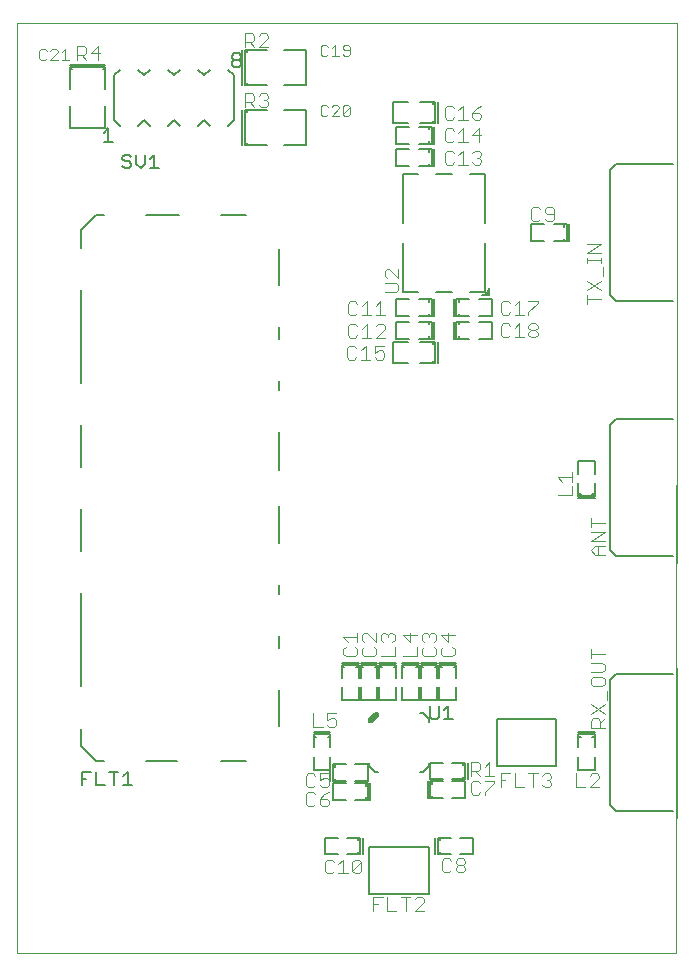
<source format=gto>
G75*
G70*
%OFA0B0*%
%FSLAX24Y24*%
%IPPOS*%
%LPD*%
%AMOC8*
5,1,8,0,0,1.08239X$1,22.5*
%
%ADD10C,0.0000*%
%ADD11C,0.0060*%
%ADD12C,0.0050*%
%ADD13C,0.0040*%
%ADD14C,0.0030*%
D10*
X000101Y000101D02*
X000101Y031101D01*
X022101Y031101D01*
X022093Y000101D01*
X000101Y000101D01*
X022101Y004601D02*
X022101Y009601D01*
X022101Y013101D02*
X022101Y018101D01*
X022101Y021601D02*
X022101Y026601D01*
D11*
X021983Y026384D02*
X020093Y026384D01*
X019896Y026187D01*
X019896Y022014D01*
X020093Y021817D01*
X021983Y021817D01*
X021983Y017884D02*
X020093Y017884D01*
X019896Y017687D01*
X019896Y013514D01*
X020093Y013317D01*
X021983Y013317D01*
X021983Y009384D02*
X020093Y009384D01*
X019896Y009187D01*
X019896Y005014D01*
X020093Y004817D01*
X021983Y004817D01*
X018085Y006313D02*
X016117Y006313D01*
X016117Y007888D01*
X018085Y007888D01*
X018085Y006313D01*
X013835Y003638D02*
X013835Y002063D01*
X011867Y002063D01*
X011867Y003638D01*
X013835Y003638D01*
X008851Y007651D02*
X008851Y008851D01*
X008851Y010251D02*
X008851Y010651D01*
X008851Y012051D02*
X008851Y012351D01*
X008851Y013751D02*
X008851Y015001D01*
X008851Y016201D02*
X008851Y017451D01*
X008851Y018851D02*
X008851Y019151D01*
X008851Y020551D02*
X008851Y020951D01*
X008851Y022351D02*
X008851Y023551D01*
X007751Y024701D02*
X006901Y024701D01*
X005501Y024701D02*
X004401Y024701D01*
X003001Y024701D02*
X002751Y024701D01*
X002251Y024201D01*
X002251Y023601D01*
X002251Y022201D02*
X002251Y019101D01*
X002251Y017701D02*
X002251Y016301D01*
X002251Y014901D02*
X002251Y013501D01*
X002251Y012101D02*
X002251Y009001D01*
X002251Y007551D02*
X002251Y007001D01*
X002751Y006501D01*
X003001Y006501D01*
X004401Y006501D02*
X005451Y006501D01*
X006901Y006501D02*
X007751Y006501D01*
X007163Y027663D02*
X007351Y027851D01*
X007351Y029351D01*
X007163Y029538D01*
X006538Y029538D02*
X006351Y029351D01*
X006163Y029538D01*
X005538Y029538D02*
X005351Y029351D01*
X005163Y029538D01*
X005163Y029538D01*
X004538Y029538D02*
X004351Y029351D01*
X004351Y029351D01*
X004163Y029538D01*
X003538Y029538D02*
X003351Y029351D01*
X003351Y027851D01*
X003538Y027663D01*
X003538Y027663D01*
X004163Y027663D02*
X004351Y027851D01*
X004538Y027663D01*
X004538Y027663D01*
X005163Y027663D02*
X005351Y027851D01*
X005351Y027851D01*
X005538Y027663D01*
X006163Y027663D02*
X006351Y027851D01*
X006538Y027663D01*
D12*
X007623Y028191D02*
X007623Y027010D01*
X007702Y027010D02*
X007702Y028191D01*
X007781Y028191D01*
X007781Y028113D01*
X007781Y028191D02*
X008450Y028191D01*
X009001Y028191D02*
X009749Y028191D01*
X009749Y027010D01*
X009001Y027010D01*
X008450Y027010D02*
X007781Y027010D01*
X007781Y027089D01*
X007781Y027010D02*
X007702Y027010D01*
X007702Y029010D02*
X007702Y030191D01*
X007781Y030191D01*
X007781Y030113D01*
X007781Y030191D02*
X008450Y030191D01*
X009001Y030191D02*
X009749Y030191D01*
X009749Y029010D01*
X009001Y029010D01*
X008450Y029010D02*
X007781Y029010D01*
X007781Y029089D01*
X007781Y029010D02*
X007702Y029010D01*
X007623Y029010D02*
X007623Y030191D01*
X007516Y030076D02*
X007591Y030001D01*
X007591Y029926D01*
X007516Y029851D01*
X007365Y029851D01*
X007290Y029926D01*
X007290Y030001D01*
X007365Y030076D01*
X007516Y030076D01*
X007516Y029851D02*
X007591Y029776D01*
X007591Y029701D01*
X007516Y029626D01*
X007365Y029626D01*
X007290Y029701D01*
X007290Y029776D01*
X007365Y029851D01*
X004697Y026701D02*
X004697Y026251D01*
X004847Y026251D02*
X004546Y026251D01*
X004386Y026401D02*
X004386Y026701D01*
X004546Y026551D02*
X004697Y026701D01*
X004386Y026401D02*
X004236Y026251D01*
X004086Y026401D01*
X004086Y026701D01*
X003926Y026626D02*
X003851Y026701D01*
X003701Y026701D01*
X003626Y026626D01*
X003626Y026551D01*
X003701Y026476D01*
X003851Y026476D01*
X003926Y026401D01*
X003926Y026326D01*
X003851Y026251D01*
X003701Y026251D01*
X003626Y026326D01*
X003301Y027126D02*
X003001Y027126D01*
X003151Y027126D02*
X003151Y027576D01*
X003001Y027426D01*
X003066Y027577D02*
X001885Y027577D01*
X001885Y028325D01*
X001885Y028876D02*
X001885Y029546D01*
X001964Y029546D01*
X001885Y029546D02*
X001885Y029624D01*
X003066Y029624D01*
X003066Y029546D01*
X002988Y029546D01*
X003066Y029546D02*
X003066Y028876D01*
X003066Y028325D02*
X003066Y027577D01*
X003066Y029703D02*
X001885Y029703D01*
X012642Y028455D02*
X012642Y027746D01*
X013154Y027746D01*
X013193Y027626D02*
X012760Y027626D01*
X012760Y027075D01*
X013193Y027075D01*
X013193Y026876D02*
X012760Y026876D01*
X012760Y026325D01*
X013193Y026325D01*
X012973Y026069D02*
X012973Y024435D01*
X012973Y023766D02*
X012973Y022132D01*
X013485Y022132D01*
X013508Y021876D02*
X013863Y021876D01*
X013863Y021798D01*
X013863Y021876D02*
X013941Y021876D01*
X013941Y021325D01*
X013863Y021325D01*
X013863Y021404D01*
X013863Y021325D02*
X013508Y021325D01*
X013508Y021126D02*
X013863Y021126D01*
X013863Y021048D01*
X013863Y021126D02*
X013941Y021126D01*
X013941Y020575D01*
X013863Y020575D01*
X013863Y020654D01*
X013863Y020575D02*
X013508Y020575D01*
X013548Y020455D02*
X013981Y020455D01*
X013981Y020376D01*
X013981Y020455D02*
X014059Y020455D01*
X014059Y019746D01*
X013981Y019746D01*
X013981Y019825D01*
X013981Y019746D02*
X013548Y019746D01*
X013154Y019746D02*
X012642Y019746D01*
X012642Y020455D01*
X013154Y020455D01*
X013193Y020575D02*
X012760Y020575D01*
X012760Y021126D01*
X013193Y021126D01*
X013193Y021325D02*
X012760Y021325D01*
X012760Y021876D01*
X013193Y021876D01*
X014020Y021876D02*
X014020Y021325D01*
X014020Y021126D02*
X014020Y020575D01*
X014138Y020455D02*
X014138Y019746D01*
X014681Y020575D02*
X014681Y021126D01*
X014760Y021126D02*
X014760Y020575D01*
X014839Y020575D01*
X014839Y020654D01*
X014839Y020575D02*
X015193Y020575D01*
X015508Y020575D02*
X015941Y020575D01*
X015941Y021126D01*
X015508Y021126D01*
X015508Y021325D02*
X015941Y021325D01*
X015941Y021876D01*
X015508Y021876D01*
X015611Y022014D02*
X015768Y022014D01*
X015847Y022093D01*
X015847Y022054D01*
X015807Y022014D01*
X015768Y022014D01*
X015807Y022014D02*
X015847Y022014D01*
X015847Y022054D01*
X015847Y022093D02*
X015847Y022250D01*
X015729Y022132D02*
X015217Y022132D01*
X015193Y021876D02*
X014839Y021876D01*
X014839Y021798D01*
X014839Y021876D02*
X014760Y021876D01*
X014760Y021325D01*
X014839Y021325D01*
X014839Y021404D01*
X014839Y021325D02*
X015193Y021325D01*
X015193Y021126D02*
X014839Y021126D01*
X014839Y021048D01*
X014839Y021126D02*
X014760Y021126D01*
X014681Y021325D02*
X014681Y021876D01*
X014626Y022132D02*
X014075Y022132D01*
X015611Y022014D02*
X015639Y022016D01*
X015667Y022021D01*
X015695Y022029D01*
X015721Y022041D01*
X015745Y022056D01*
X015767Y022073D01*
X015788Y022094D01*
X015805Y022116D01*
X015820Y022140D01*
X015832Y022166D01*
X015840Y022194D01*
X015845Y022222D01*
X015847Y022250D01*
X015729Y022132D02*
X015729Y023766D01*
X015729Y024435D02*
X015729Y026069D01*
X015217Y026069D01*
X014626Y026069D02*
X014075Y026069D01*
X014020Y026325D02*
X014020Y026876D01*
X013941Y026876D02*
X013941Y026325D01*
X013863Y026325D01*
X013863Y026404D01*
X013863Y026325D02*
X013508Y026325D01*
X013485Y026069D02*
X012973Y026069D01*
X013508Y026876D02*
X013863Y026876D01*
X013863Y026798D01*
X013863Y026876D02*
X013941Y026876D01*
X013941Y027075D02*
X013941Y027626D01*
X013863Y027626D01*
X013863Y027548D01*
X013863Y027626D02*
X013508Y027626D01*
X013548Y027746D02*
X013981Y027746D01*
X013981Y027825D01*
X013981Y027746D02*
X014059Y027746D01*
X014059Y028455D01*
X013981Y028455D01*
X013981Y028376D01*
X013981Y028455D02*
X013548Y028455D01*
X013154Y028455D02*
X012642Y028455D01*
X013508Y027075D02*
X013863Y027075D01*
X013863Y027154D01*
X013863Y027075D02*
X013941Y027075D01*
X014020Y027075D02*
X014020Y027626D01*
X014138Y027746D02*
X014138Y028455D01*
X017260Y024376D02*
X017260Y023825D01*
X017693Y023825D01*
X018008Y023825D02*
X018363Y023825D01*
X018363Y023904D01*
X018363Y023825D02*
X018441Y023825D01*
X018441Y024376D01*
X018363Y024376D01*
X018363Y024298D01*
X018363Y024376D02*
X018008Y024376D01*
X017693Y024376D02*
X017260Y024376D01*
X018520Y024376D02*
X018520Y023825D01*
X018825Y016504D02*
X019376Y016504D01*
X019376Y016071D01*
X019376Y015756D02*
X019376Y015401D01*
X019298Y015401D01*
X019376Y015401D02*
X019376Y015323D01*
X018825Y015323D01*
X018825Y015401D01*
X018904Y015401D01*
X018825Y015401D02*
X018825Y015756D01*
X018825Y016071D02*
X018825Y016504D01*
X018825Y015244D02*
X019376Y015244D01*
X014751Y009770D02*
X014200Y009770D01*
X014126Y009770D02*
X013575Y009770D01*
X013501Y009770D02*
X012950Y009770D01*
X012950Y009691D02*
X013501Y009691D01*
X013501Y009613D01*
X013423Y009613D01*
X013501Y009613D02*
X013501Y009258D01*
X013575Y009258D02*
X013575Y009613D01*
X013654Y009613D01*
X013575Y009613D02*
X013575Y009691D01*
X014126Y009691D01*
X014126Y009613D01*
X014048Y009613D01*
X014126Y009613D02*
X014126Y009258D01*
X014200Y009258D02*
X014200Y009613D01*
X014279Y009613D01*
X014200Y009613D02*
X014200Y009691D01*
X014751Y009691D01*
X014751Y009613D01*
X014673Y009613D01*
X014751Y009613D02*
X014751Y009258D01*
X014751Y008943D02*
X014751Y008510D01*
X014200Y008510D01*
X014200Y008943D01*
X014126Y008943D02*
X014126Y008510D01*
X013575Y008510D01*
X013575Y008943D01*
X013501Y008943D02*
X013501Y008510D01*
X012950Y008510D01*
X012950Y008943D01*
X012751Y008943D02*
X012751Y008510D01*
X012200Y008510D01*
X012200Y008943D01*
X012126Y008943D02*
X012126Y008510D01*
X011575Y008510D01*
X011575Y008943D01*
X011501Y008943D02*
X011501Y008510D01*
X010950Y008510D01*
X010950Y008943D01*
X010950Y009258D02*
X010950Y009613D01*
X011029Y009613D01*
X010950Y009613D02*
X010950Y009691D01*
X011501Y009691D01*
X011501Y009613D01*
X011423Y009613D01*
X011501Y009613D02*
X011501Y009258D01*
X011575Y009258D02*
X011575Y009613D01*
X011654Y009613D01*
X011575Y009613D02*
X011575Y009691D01*
X012126Y009691D01*
X012126Y009613D01*
X012048Y009613D01*
X012126Y009613D02*
X012126Y009258D01*
X012200Y009258D02*
X012200Y009613D01*
X012279Y009613D01*
X012200Y009613D02*
X012200Y009691D01*
X012751Y009691D01*
X012751Y009613D01*
X012673Y009613D01*
X012751Y009613D02*
X012751Y009258D01*
X012950Y009258D02*
X012950Y009613D01*
X013029Y009613D01*
X012950Y009613D02*
X012950Y009691D01*
X012751Y009770D02*
X012200Y009770D01*
X012126Y009770D02*
X011575Y009770D01*
X011501Y009770D02*
X010950Y009770D01*
X012063Y008085D02*
X011867Y007888D01*
X011867Y007790D01*
X011965Y007790D01*
X012162Y007987D01*
X012162Y008085D01*
X011867Y007790D01*
X012063Y008085D02*
X012162Y008085D01*
X011867Y006412D02*
X011867Y006313D01*
X012063Y006117D01*
X012162Y006117D01*
X011816Y006376D02*
X011816Y005825D01*
X011383Y005825D01*
X011383Y005751D02*
X011738Y005751D01*
X011738Y005673D01*
X011738Y005751D02*
X011816Y005751D01*
X011816Y005200D01*
X011738Y005200D01*
X011738Y005279D01*
X011738Y005200D02*
X011383Y005200D01*
X011068Y005200D02*
X010635Y005200D01*
X010635Y005751D01*
X011068Y005751D01*
X011068Y005825D02*
X010714Y005825D01*
X010714Y005904D01*
X010714Y005825D02*
X010635Y005825D01*
X010635Y006376D01*
X010714Y006376D01*
X010714Y006298D01*
X010714Y006376D02*
X011068Y006376D01*
X011383Y006376D02*
X011816Y006376D01*
X011895Y005751D02*
X011895Y005200D01*
X011645Y003939D02*
X011645Y003388D01*
X011566Y003388D02*
X011566Y003939D01*
X011488Y003939D01*
X011488Y003860D01*
X011488Y003939D02*
X011133Y003939D01*
X010818Y003939D02*
X010385Y003939D01*
X010385Y003388D01*
X010818Y003388D01*
X011133Y003388D02*
X011488Y003388D01*
X011488Y003466D01*
X011488Y003388D02*
X011566Y003388D01*
X010556Y005825D02*
X010556Y006376D01*
X010564Y006198D02*
X010013Y006198D01*
X010013Y006631D01*
X010013Y006946D02*
X010013Y007300D01*
X010091Y007300D01*
X010013Y007300D02*
X010013Y007379D01*
X010564Y007379D01*
X010564Y007300D01*
X010485Y007300D01*
X010564Y007300D02*
X010564Y006946D01*
X010564Y006631D02*
X010564Y006198D01*
X010564Y007458D02*
X010013Y007458D01*
X013540Y008085D02*
X013638Y008085D01*
X013835Y007888D01*
X013835Y007790D01*
X013951Y007876D02*
X014101Y007876D01*
X014176Y007951D01*
X014176Y008326D01*
X014336Y008176D02*
X014486Y008326D01*
X014486Y007876D01*
X014336Y007876D02*
X014636Y007876D01*
X013951Y007876D02*
X013876Y007951D01*
X013876Y008326D01*
X013885Y006439D02*
X013885Y005888D01*
X014318Y005888D01*
X014318Y005814D02*
X013964Y005814D01*
X013964Y005735D01*
X013964Y005814D02*
X013885Y005814D01*
X013885Y005263D01*
X013964Y005263D01*
X013964Y005341D01*
X013964Y005263D02*
X014318Y005263D01*
X014633Y005263D02*
X015066Y005263D01*
X015066Y005814D01*
X014633Y005814D01*
X014633Y005888D02*
X014988Y005888D01*
X014988Y005966D01*
X014988Y005888D02*
X015066Y005888D01*
X015066Y006439D01*
X014988Y006439D01*
X014988Y006360D01*
X014988Y006439D02*
X014633Y006439D01*
X014318Y006439D02*
X013885Y006439D01*
X013835Y006412D02*
X013835Y006313D01*
X013638Y006117D01*
X013540Y006117D01*
X013806Y005814D02*
X013806Y005263D01*
X014056Y003939D02*
X014056Y003388D01*
X014135Y003388D02*
X014135Y003939D01*
X014214Y003939D01*
X014214Y003860D01*
X014214Y003939D02*
X014568Y003939D01*
X014883Y003939D02*
X015316Y003939D01*
X015316Y003388D01*
X014883Y003388D01*
X014568Y003388D02*
X014214Y003388D01*
X014214Y003466D01*
X014214Y003388D02*
X014135Y003388D01*
X015145Y005888D02*
X015145Y006439D01*
X018825Y006631D02*
X018825Y006198D01*
X019376Y006198D01*
X019376Y006631D01*
X019376Y006946D02*
X019376Y007300D01*
X019298Y007300D01*
X019376Y007300D02*
X019376Y007379D01*
X018825Y007379D01*
X018825Y007300D01*
X018904Y007300D01*
X018825Y007300D02*
X018825Y006946D01*
X018825Y007458D02*
X019376Y007458D01*
X003957Y005676D02*
X003657Y005676D01*
X003807Y005676D02*
X003807Y006126D01*
X003657Y005976D01*
X003497Y006126D02*
X003196Y006126D01*
X003347Y006126D02*
X003347Y005676D01*
X003036Y005676D02*
X002736Y005676D01*
X002736Y006126D01*
X002576Y006126D02*
X002276Y006126D01*
X002276Y005676D01*
X002276Y005901D02*
X002426Y005901D01*
D13*
X009746Y006004D02*
X009746Y005697D01*
X009822Y005621D01*
X009976Y005621D01*
X010053Y005697D01*
X010206Y005697D02*
X010283Y005621D01*
X010436Y005621D01*
X010513Y005697D01*
X010513Y005851D01*
X010436Y005928D01*
X010360Y005928D01*
X010206Y005851D01*
X010206Y006081D01*
X010513Y006081D01*
X010053Y006004D02*
X009976Y006081D01*
X009822Y006081D01*
X009746Y006004D01*
X009822Y005456D02*
X009746Y005379D01*
X009746Y005072D01*
X009822Y004996D01*
X009976Y004996D01*
X010053Y005072D01*
X010206Y005072D02*
X010283Y004996D01*
X010436Y004996D01*
X010513Y005072D01*
X010513Y005149D01*
X010436Y005226D01*
X010206Y005226D01*
X010206Y005072D01*
X010206Y005226D02*
X010360Y005379D01*
X010513Y005456D01*
X010053Y005379D02*
X009976Y005456D01*
X009822Y005456D01*
X009996Y007621D02*
X010303Y007621D01*
X010456Y007697D02*
X010533Y007621D01*
X010686Y007621D01*
X010763Y007697D01*
X010763Y007851D01*
X010686Y007928D01*
X010610Y007928D01*
X010456Y007851D01*
X010456Y008081D01*
X010763Y008081D01*
X009996Y008081D02*
X009996Y007621D01*
X011072Y009996D02*
X011379Y009996D01*
X011456Y010072D01*
X011456Y010226D01*
X011379Y010303D01*
X011456Y010456D02*
X011456Y010763D01*
X011456Y010610D02*
X010995Y010610D01*
X011149Y010456D01*
X011072Y010303D02*
X010995Y010226D01*
X010995Y010072D01*
X011072Y009996D01*
X011620Y010072D02*
X011697Y009996D01*
X012004Y009996D01*
X012081Y010072D01*
X012081Y010226D01*
X012004Y010303D01*
X012081Y010456D02*
X011774Y010763D01*
X011697Y010763D01*
X011620Y010686D01*
X011620Y010533D01*
X011697Y010456D01*
X011697Y010303D02*
X011620Y010226D01*
X011620Y010072D01*
X012081Y010456D02*
X012081Y010763D01*
X012245Y010686D02*
X012245Y010533D01*
X012322Y010456D01*
X012476Y010610D02*
X012476Y010686D01*
X012552Y010763D01*
X012629Y010763D01*
X012706Y010686D01*
X012706Y010533D01*
X012629Y010456D01*
X012706Y010303D02*
X012706Y009996D01*
X012245Y009996D01*
X012245Y010686D02*
X012322Y010763D01*
X012399Y010763D01*
X012476Y010686D01*
X012995Y010686D02*
X013226Y010456D01*
X013226Y010763D01*
X013456Y010686D02*
X012995Y010686D01*
X013456Y010303D02*
X013456Y009996D01*
X012995Y009996D01*
X013620Y010072D02*
X013697Y009996D01*
X014004Y009996D01*
X014081Y010072D01*
X014081Y010226D01*
X014004Y010303D01*
X014004Y010456D02*
X014081Y010533D01*
X014081Y010686D01*
X014004Y010763D01*
X013927Y010763D01*
X013851Y010686D01*
X013851Y010610D01*
X013851Y010686D02*
X013774Y010763D01*
X013697Y010763D01*
X013620Y010686D01*
X013620Y010533D01*
X013697Y010456D01*
X013697Y010303D02*
X013620Y010226D01*
X013620Y010072D01*
X014245Y010072D02*
X014322Y009996D01*
X014629Y009996D01*
X014706Y010072D01*
X014706Y010226D01*
X014629Y010303D01*
X014476Y010456D02*
X014476Y010763D01*
X014706Y010686D02*
X014245Y010686D01*
X014476Y010456D01*
X014322Y010303D02*
X014245Y010226D01*
X014245Y010072D01*
X015246Y006456D02*
X015476Y006456D01*
X015553Y006379D01*
X015553Y006226D01*
X015476Y006149D01*
X015246Y006149D01*
X015246Y005996D02*
X015246Y006456D01*
X015399Y006149D02*
X015553Y005996D01*
X015706Y005996D02*
X016013Y005996D01*
X015860Y005996D02*
X015860Y006456D01*
X015706Y006303D01*
X015706Y005831D02*
X016013Y005831D01*
X016013Y005754D01*
X015706Y005447D01*
X015706Y005371D01*
X015553Y005447D02*
X015476Y005371D01*
X015322Y005371D01*
X015246Y005447D01*
X015246Y005754D01*
X015322Y005831D01*
X015476Y005831D01*
X015553Y005754D01*
X016246Y005851D02*
X016399Y005851D01*
X016246Y005621D02*
X016246Y006081D01*
X016553Y006081D01*
X016706Y006081D02*
X016706Y005621D01*
X017013Y005621D01*
X017320Y005621D02*
X017320Y006081D01*
X017473Y006081D02*
X017166Y006081D01*
X017627Y006004D02*
X017704Y006081D01*
X017857Y006081D01*
X017934Y006004D01*
X017934Y005928D01*
X017857Y005851D01*
X017934Y005774D01*
X017934Y005697D01*
X017857Y005621D01*
X017704Y005621D01*
X017627Y005697D01*
X017780Y005851D02*
X017857Y005851D01*
X018746Y005621D02*
X019053Y005621D01*
X019206Y005621D02*
X019513Y005928D01*
X019513Y006004D01*
X019436Y006081D01*
X019283Y006081D01*
X019206Y006004D01*
X018746Y006081D02*
X018746Y005621D01*
X019206Y005621D02*
X019513Y005621D01*
X019552Y007608D02*
X019552Y007839D01*
X019476Y007915D01*
X019322Y007915D01*
X019245Y007839D01*
X019245Y007608D01*
X019706Y007608D01*
X019552Y007762D02*
X019706Y007915D01*
X019706Y008069D02*
X019245Y008376D01*
X019245Y008069D02*
X019706Y008376D01*
X019782Y008529D02*
X019782Y008836D01*
X019629Y008990D02*
X019706Y009066D01*
X019706Y009220D01*
X019629Y009296D01*
X019322Y009296D01*
X019245Y009220D01*
X019245Y009066D01*
X019322Y008990D01*
X019629Y008990D01*
X019629Y009450D02*
X019245Y009450D01*
X019245Y009757D02*
X019629Y009757D01*
X019706Y009680D01*
X019706Y009527D01*
X019629Y009450D01*
X019245Y009910D02*
X019245Y010217D01*
X019245Y010064D02*
X019706Y010064D01*
X019706Y013365D02*
X019399Y013365D01*
X019245Y013518D01*
X019399Y013672D01*
X019706Y013672D01*
X019706Y013825D02*
X019245Y013825D01*
X019706Y014132D01*
X019245Y014132D01*
X019245Y014285D02*
X019245Y014592D01*
X019245Y014439D02*
X019706Y014439D01*
X019476Y013672D02*
X019476Y013365D01*
X018601Y015343D02*
X018141Y015343D01*
X018295Y015803D02*
X018141Y015957D01*
X018601Y015957D01*
X018601Y016110D02*
X018601Y015803D01*
X018601Y015650D02*
X018601Y015343D01*
X017397Y020621D02*
X017243Y020621D01*
X017166Y020697D01*
X017166Y020774D01*
X017243Y020851D01*
X017397Y020851D01*
X017473Y020774D01*
X017473Y020697D01*
X017397Y020621D01*
X017397Y020851D02*
X017473Y020928D01*
X017473Y021004D01*
X017397Y021081D01*
X017243Y021081D01*
X017166Y021004D01*
X017166Y020928D01*
X017243Y020851D01*
X017013Y020621D02*
X016706Y020621D01*
X016860Y020621D02*
X016860Y021081D01*
X016706Y020928D01*
X016553Y021004D02*
X016476Y021081D01*
X016322Y021081D01*
X016246Y021004D01*
X016246Y020697D01*
X016322Y020621D01*
X016476Y020621D01*
X016553Y020697D01*
X016476Y021371D02*
X016322Y021371D01*
X016246Y021447D01*
X016246Y021754D01*
X016322Y021831D01*
X016476Y021831D01*
X016553Y021754D01*
X016706Y021678D02*
X016860Y021831D01*
X016860Y021371D01*
X017013Y021371D02*
X016706Y021371D01*
X016553Y021447D02*
X016476Y021371D01*
X017166Y021371D02*
X017166Y021447D01*
X017473Y021754D01*
X017473Y021831D01*
X017166Y021831D01*
X019120Y021876D02*
X019581Y021876D01*
X019581Y022183D02*
X019120Y022490D01*
X019120Y022183D02*
X019581Y022490D01*
X019657Y022643D02*
X019657Y022950D01*
X019581Y023103D02*
X019581Y023257D01*
X019581Y023180D02*
X019120Y023180D01*
X019120Y023103D02*
X019120Y023257D01*
X019120Y023410D02*
X019581Y023717D01*
X019120Y023717D01*
X019120Y023410D02*
X019581Y023410D01*
X019120Y022029D02*
X019120Y021722D01*
X017936Y024496D02*
X017783Y024496D01*
X017706Y024572D01*
X017553Y024572D02*
X017476Y024496D01*
X017322Y024496D01*
X017246Y024572D01*
X017246Y024879D01*
X017322Y024956D01*
X017476Y024956D01*
X017553Y024879D01*
X017706Y024879D02*
X017706Y024803D01*
X017783Y024726D01*
X018013Y024726D01*
X018013Y024879D02*
X017936Y024956D01*
X017783Y024956D01*
X017706Y024879D01*
X018013Y024879D02*
X018013Y024572D01*
X017936Y024496D01*
X015598Y026447D02*
X015522Y026371D01*
X015368Y026371D01*
X015291Y026447D01*
X015138Y026371D02*
X014831Y026371D01*
X014985Y026371D02*
X014985Y026831D01*
X014831Y026678D01*
X014678Y026754D02*
X014601Y026831D01*
X014447Y026831D01*
X014371Y026754D01*
X014371Y026447D01*
X014447Y026371D01*
X014601Y026371D01*
X014678Y026447D01*
X014601Y027121D02*
X014447Y027121D01*
X014371Y027197D01*
X014371Y027504D01*
X014447Y027581D01*
X014601Y027581D01*
X014678Y027504D01*
X014831Y027428D02*
X014985Y027581D01*
X014985Y027121D01*
X015138Y027121D02*
X014831Y027121D01*
X014678Y027197D02*
X014601Y027121D01*
X015291Y027351D02*
X015598Y027351D01*
X015522Y027121D02*
X015522Y027581D01*
X015291Y027351D01*
X015368Y027871D02*
X015291Y027947D01*
X015291Y028101D01*
X015522Y028101D01*
X015598Y028024D01*
X015598Y027947D01*
X015522Y027871D01*
X015368Y027871D01*
X015138Y027871D02*
X014831Y027871D01*
X014985Y027871D02*
X014985Y028331D01*
X014831Y028178D01*
X014678Y028254D02*
X014601Y028331D01*
X014447Y028331D01*
X014371Y028254D01*
X014371Y027947D01*
X014447Y027871D01*
X014601Y027871D01*
X014678Y027947D01*
X015291Y028101D02*
X015445Y028254D01*
X015598Y028331D01*
X015522Y026831D02*
X015598Y026754D01*
X015598Y026678D01*
X015522Y026601D01*
X015598Y026524D01*
X015598Y026447D01*
X015522Y026601D02*
X015445Y026601D01*
X015291Y026754D02*
X015368Y026831D01*
X015522Y026831D01*
X012831Y022888D02*
X012831Y022581D01*
X012524Y022888D01*
X012447Y022888D01*
X012370Y022811D01*
X012370Y022658D01*
X012447Y022581D01*
X012370Y022428D02*
X012754Y022428D01*
X012831Y022351D01*
X012831Y022197D01*
X012754Y022121D01*
X012370Y022121D01*
X012229Y021810D02*
X012076Y021657D01*
X012229Y021810D02*
X012229Y021350D01*
X012076Y021350D02*
X012383Y021350D01*
X012306Y021060D02*
X012153Y021060D01*
X012076Y020984D01*
X012306Y021060D02*
X012383Y020984D01*
X012383Y020907D01*
X012076Y020600D01*
X012383Y020600D01*
X012348Y020331D02*
X012041Y020331D01*
X012041Y020101D01*
X012195Y020178D01*
X012272Y020178D01*
X012348Y020101D01*
X012348Y019947D01*
X012272Y019871D01*
X012118Y019871D01*
X012041Y019947D01*
X011888Y019871D02*
X011581Y019871D01*
X011735Y019871D02*
X011735Y020331D01*
X011581Y020178D01*
X011428Y020254D02*
X011351Y020331D01*
X011197Y020331D01*
X011121Y020254D01*
X011121Y019947D01*
X011197Y019871D01*
X011351Y019871D01*
X011428Y019947D01*
X011385Y020600D02*
X011462Y020677D01*
X011385Y020600D02*
X011232Y020600D01*
X011155Y020677D01*
X011155Y020984D01*
X011232Y021060D01*
X011385Y021060D01*
X011462Y020984D01*
X011616Y020907D02*
X011769Y021060D01*
X011769Y020600D01*
X011616Y020600D02*
X011922Y020600D01*
X011922Y021350D02*
X011616Y021350D01*
X011769Y021350D02*
X011769Y021810D01*
X011616Y021657D01*
X011462Y021734D02*
X011385Y021810D01*
X011232Y021810D01*
X011155Y021734D01*
X011155Y021427D01*
X011232Y021350D01*
X011385Y021350D01*
X011462Y021427D01*
X008413Y028290D02*
X008259Y028290D01*
X008183Y028367D01*
X008029Y028290D02*
X007876Y028444D01*
X007952Y028444D02*
X007722Y028444D01*
X007722Y028290D02*
X007722Y028750D01*
X007952Y028750D01*
X008029Y028674D01*
X008029Y028520D01*
X007952Y028444D01*
X008183Y028674D02*
X008259Y028750D01*
X008413Y028750D01*
X008489Y028674D01*
X008489Y028597D01*
X008413Y028520D01*
X008489Y028444D01*
X008489Y028367D01*
X008413Y028290D01*
X008413Y028520D02*
X008336Y028520D01*
X008183Y030290D02*
X008489Y030597D01*
X008489Y030674D01*
X008413Y030750D01*
X008259Y030750D01*
X008183Y030674D01*
X008029Y030674D02*
X008029Y030520D01*
X007952Y030444D01*
X007722Y030444D01*
X007876Y030444D02*
X008029Y030290D01*
X008183Y030290D02*
X008489Y030290D01*
X008029Y030674D02*
X007952Y030750D01*
X007722Y030750D01*
X007722Y030290D01*
X002888Y030101D02*
X002581Y030101D01*
X002811Y030331D01*
X002811Y029871D01*
X002428Y029871D02*
X002274Y030024D01*
X002351Y030024D02*
X002121Y030024D01*
X002121Y029871D02*
X002121Y030331D01*
X002351Y030331D01*
X002428Y030254D01*
X002428Y030101D01*
X002351Y030024D01*
X010447Y003206D02*
X010371Y003129D01*
X010371Y002822D01*
X010447Y002746D01*
X010601Y002746D01*
X010678Y002822D01*
X010831Y002746D02*
X011138Y002746D01*
X010985Y002746D02*
X010985Y003206D01*
X010831Y003053D01*
X010678Y003129D02*
X010601Y003206D01*
X010447Y003206D01*
X011291Y003129D02*
X011291Y002822D01*
X011598Y003129D01*
X011598Y002822D01*
X011522Y002746D01*
X011368Y002746D01*
X011291Y002822D01*
X011291Y003129D02*
X011368Y003206D01*
X011522Y003206D01*
X011598Y003129D01*
X011996Y001956D02*
X012303Y001956D01*
X012456Y001956D02*
X012456Y001496D01*
X012763Y001496D01*
X013070Y001496D02*
X013070Y001956D01*
X013223Y001956D02*
X012916Y001956D01*
X013377Y001879D02*
X013454Y001956D01*
X013607Y001956D01*
X013684Y001879D01*
X013684Y001803D01*
X013377Y001496D01*
X013684Y001496D01*
X014357Y002788D02*
X014510Y002788D01*
X014587Y002864D01*
X014741Y002864D02*
X014741Y002941D01*
X014817Y003018D01*
X014971Y003018D01*
X015047Y002941D01*
X015047Y002864D01*
X014971Y002788D01*
X014817Y002788D01*
X014741Y002864D01*
X014817Y003018D02*
X014741Y003095D01*
X014741Y003171D01*
X014817Y003248D01*
X014971Y003248D01*
X015047Y003171D01*
X015047Y003095D01*
X014971Y003018D01*
X014587Y003171D02*
X014510Y003248D01*
X014357Y003248D01*
X014280Y003171D01*
X014280Y002864D01*
X014357Y002788D01*
X012149Y001726D02*
X011996Y001726D01*
X011996Y001496D02*
X011996Y001956D01*
D14*
X011158Y028000D02*
X011034Y028000D01*
X010972Y028061D01*
X011219Y028308D01*
X011219Y028061D01*
X011158Y028000D01*
X010972Y028061D02*
X010972Y028308D01*
X011034Y028370D01*
X011158Y028370D01*
X011219Y028308D01*
X010851Y028308D02*
X010789Y028370D01*
X010666Y028370D01*
X010604Y028308D01*
X010483Y028308D02*
X010421Y028370D01*
X010298Y028370D01*
X010236Y028308D01*
X010236Y028061D01*
X010298Y028000D01*
X010421Y028000D01*
X010483Y028061D01*
X010604Y028000D02*
X010851Y028246D01*
X010851Y028308D01*
X010851Y028000D02*
X010604Y028000D01*
X010604Y030000D02*
X010851Y030000D01*
X010728Y030000D02*
X010728Y030370D01*
X010604Y030246D01*
X010483Y030308D02*
X010421Y030370D01*
X010298Y030370D01*
X010236Y030308D01*
X010236Y030061D01*
X010298Y030000D01*
X010421Y030000D01*
X010483Y030061D01*
X010972Y030061D02*
X011034Y030000D01*
X011158Y030000D01*
X011219Y030061D01*
X011219Y030308D01*
X011158Y030370D01*
X011034Y030370D01*
X010972Y030308D01*
X010972Y030246D01*
X011034Y030185D01*
X011219Y030185D01*
X001849Y029866D02*
X001602Y029866D01*
X001481Y029866D02*
X001234Y029866D01*
X001481Y030113D01*
X001481Y030174D01*
X001419Y030236D01*
X001296Y030236D01*
X001234Y030174D01*
X001113Y030174D02*
X001051Y030236D01*
X000927Y030236D01*
X000866Y030174D01*
X000866Y029927D01*
X000927Y029866D01*
X001051Y029866D01*
X001113Y029927D01*
X001602Y030113D02*
X001726Y030236D01*
X001726Y029866D01*
M02*

</source>
